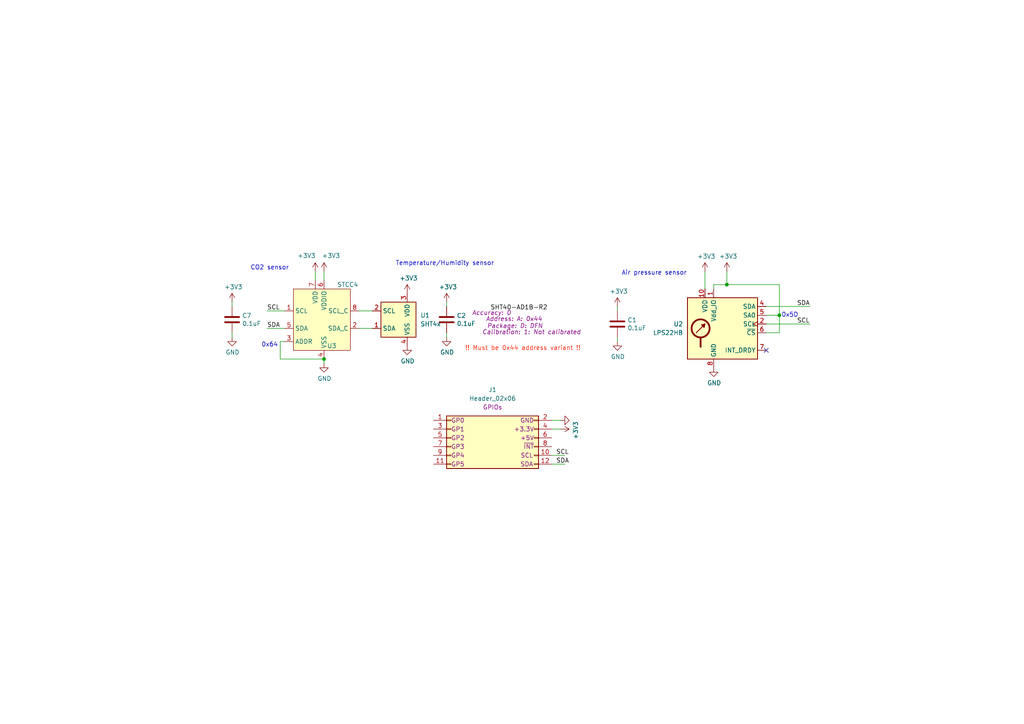
<source format=kicad_sch>
(kicad_sch
	(version 20250114)
	(generator "eeschema")
	(generator_version "9.0")
	(uuid "947856b0-1d4e-49ed-b397-b673c4ee17bc")
	(paper "A4")
	(lib_symbols
		(symbol "Device:C"
			(pin_numbers
				(hide yes)
			)
			(pin_names
				(offset 0.254)
			)
			(exclude_from_sim no)
			(in_bom yes)
			(on_board yes)
			(property "Reference" "C"
				(at 0.635 2.54 0)
				(effects
					(font
						(size 1.27 1.27)
					)
					(justify left)
				)
			)
			(property "Value" "C"
				(at 0.635 -2.54 0)
				(effects
					(font
						(size 1.27 1.27)
					)
					(justify left)
				)
			)
			(property "Footprint" ""
				(at 0.9652 -3.81 0)
				(effects
					(font
						(size 1.27 1.27)
					)
					(hide yes)
				)
			)
			(property "Datasheet" "~"
				(at 0 0 0)
				(effects
					(font
						(size 1.27 1.27)
					)
					(hide yes)
				)
			)
			(property "Description" "Unpolarized capacitor"
				(at 0 0 0)
				(effects
					(font
						(size 1.27 1.27)
					)
					(hide yes)
				)
			)
			(property "ki_keywords" "cap capacitor"
				(at 0 0 0)
				(effects
					(font
						(size 1.27 1.27)
					)
					(hide yes)
				)
			)
			(property "ki_fp_filters" "C_*"
				(at 0 0 0)
				(effects
					(font
						(size 1.27 1.27)
					)
					(hide yes)
				)
			)
			(symbol "C_0_1"
				(polyline
					(pts
						(xy -2.032 0.762) (xy 2.032 0.762)
					)
					(stroke
						(width 0.508)
						(type default)
					)
					(fill
						(type none)
					)
				)
				(polyline
					(pts
						(xy -2.032 -0.762) (xy 2.032 -0.762)
					)
					(stroke
						(width 0.508)
						(type default)
					)
					(fill
						(type none)
					)
				)
			)
			(symbol "C_1_1"
				(pin passive line
					(at 0 3.81 270)
					(length 2.794)
					(name "~"
						(effects
							(font
								(size 1.27 1.27)
							)
						)
					)
					(number "1"
						(effects
							(font
								(size 1.27 1.27)
							)
						)
					)
				)
				(pin passive line
					(at 0 -3.81 90)
					(length 2.794)
					(name "~"
						(effects
							(font
								(size 1.27 1.27)
							)
						)
					)
					(number "2"
						(effects
							(font
								(size 1.27 1.27)
							)
						)
					)
				)
			)
			(embedded_fonts no)
		)
		(symbol "Library:STCC4"
			(exclude_from_sim no)
			(in_bom yes)
			(on_board yes)
			(property "Reference" "U"
				(at 0 0 0)
				(effects
					(font
						(size 1.27 1.27)
					)
				)
			)
			(property "Value" "STCC4"
				(at 0 0 0)
				(effects
					(font
						(size 1.27 1.27)
					)
				)
			)
			(property "Footprint" "Library:STCC4"
				(at 0 0 0)
				(effects
					(font
						(size 1.27 1.27)
					)
					(hide yes)
				)
			)
			(property "Datasheet" "https://nl.mouser.com/datasheet/2/682/CD_DS_STCC4_D1_3-3623350.pdf"
				(at 0 0 0)
				(effects
					(font
						(size 1.27 1.27)
					)
					(hide yes)
				)
			)
			(property "Description" "STCC4 CO2 Sensor"
				(at 0 0 0)
				(effects
					(font
						(size 1.27 1.27)
					)
					(hide yes)
				)
			)
			(symbol "STCC4_0_0"
				(pin input line
					(at -2.54 -8.89 0)
					(length 2.54)
					(name "SCL"
						(effects
							(font
								(size 1.27 1.27)
							)
						)
					)
					(number "1"
						(effects
							(font
								(size 1.27 1.27)
							)
						)
					)
				)
				(pin bidirectional line
					(at -2.54 -13.97 0)
					(length 2.54)
					(name "SDA"
						(effects
							(font
								(size 1.27 1.27)
							)
						)
					)
					(number "5"
						(effects
							(font
								(size 1.27 1.27)
							)
						)
					)
				)
				(pin input line
					(at -2.54 -17.78 0)
					(length 2.54)
					(name "ADDR"
						(effects
							(font
								(size 1.27 1.27)
							)
						)
					)
					(number "3"
						(effects
							(font
								(size 1.27 1.27)
							)
						)
					)
				)
				(pin power_in line
					(at 6.35 0 270)
					(length 2.54)
					(name "VDD"
						(effects
							(font
								(size 1.27 1.27)
							)
						)
					)
					(number "7"
						(effects
							(font
								(size 1.27 1.27)
							)
						)
					)
				)
				(pin power_in line
					(at 8.89 0 270)
					(length 2.54)
					(name "VDDIO"
						(effects
							(font
								(size 1.27 1.27)
							)
						)
					)
					(number "6"
						(effects
							(font
								(size 1.27 1.27)
							)
						)
					)
				)
				(pin power_in line
					(at 8.89 -22.86 90)
					(length 2.54)
					(name "VSS"
						(effects
							(font
								(size 1.27 1.27)
							)
						)
					)
					(number "4"
						(effects
							(font
								(size 1.27 1.27)
							)
						)
					)
				)
				(pin output line
					(at 19.05 -8.89 180)
					(length 2.54)
					(name "SCL_C"
						(effects
							(font
								(size 1.27 1.27)
							)
						)
					)
					(number "8"
						(effects
							(font
								(size 1.27 1.27)
							)
						)
					)
				)
				(pin bidirectional line
					(at 19.05 -13.97 180)
					(length 2.54)
					(name "SDA_C"
						(effects
							(font
								(size 1.27 1.27)
							)
						)
					)
					(number "2"
						(effects
							(font
								(size 1.27 1.27)
							)
						)
					)
				)
			)
			(symbol "STCC4_1_1"
				(rectangle
					(start 0 -2.54)
					(end 16.51 -20.32)
					(stroke
						(width 0)
						(type solid)
					)
					(fill
						(type background)
					)
				)
			)
			(embedded_fonts no)
		)
		(symbol "Sensor_Humidity:SHT4x"
			(exclude_from_sim no)
			(in_bom yes)
			(on_board yes)
			(property "Reference" "U"
				(at 0 8.89 0)
				(effects
					(font
						(size 1.27 1.27)
					)
					(justify right)
				)
			)
			(property "Value" "SHT4x"
				(at 0 6.35 0)
				(effects
					(font
						(size 1.27 1.27)
					)
					(justify right)
				)
			)
			(property "Footprint" "Sensor_Humidity:Sensirion_DFN-4_1.5x1.5mm_P0.8mm_SHT4x_NoCentralPad"
				(at 3.81 -6.35 0)
				(effects
					(font
						(size 1.27 1.27)
					)
					(justify left)
					(hide yes)
				)
			)
			(property "Datasheet" "https://sensirion.com/media/documents/33FD6951/624C4357/Datasheet_SHT4x.pdf"
				(at 3.81 -8.89 0)
				(effects
					(font
						(size 1.27 1.27)
					)
					(justify left)
					(hide yes)
				)
			)
			(property "Description" "Digital Humidity and Temperature Sensor, ±1%RH, ±0.1°C, I2C, 1.08-3.6V, 16bit, DFN-4"
				(at 0 0 0)
				(effects
					(font
						(size 1.27 1.27)
					)
					(hide yes)
				)
			)
			(property "ki_keywords" "Sensirion environment environmental measurement digital SHT40 SHT41 SHT45"
				(at 0 0 0)
				(effects
					(font
						(size 1.27 1.27)
					)
					(hide yes)
				)
			)
			(property "ki_fp_filters" "Sensirion?DFN*1.5x1.5mm*P0.8mm*SHT4x*"
				(at 0 0 0)
				(effects
					(font
						(size 1.27 1.27)
					)
					(hide yes)
				)
			)
			(symbol "SHT4x_1_1"
				(rectangle
					(start -5.08 5.08)
					(end 5.08 -5.08)
					(stroke
						(width 0.254)
						(type default)
					)
					(fill
						(type background)
					)
				)
				(pin input line
					(at -7.62 2.54 0)
					(length 2.54)
					(name "SCL"
						(effects
							(font
								(size 1.27 1.27)
							)
						)
					)
					(number "2"
						(effects
							(font
								(size 1.27 1.27)
							)
						)
					)
				)
				(pin bidirectional line
					(at -7.62 -2.54 0)
					(length 2.54)
					(name "SDA"
						(effects
							(font
								(size 1.27 1.27)
							)
						)
					)
					(number "1"
						(effects
							(font
								(size 1.27 1.27)
							)
						)
					)
				)
				(pin power_in line
					(at 2.54 7.62 270)
					(length 2.54)
					(name "VDD"
						(effects
							(font
								(size 1.27 1.27)
							)
						)
					)
					(number "3"
						(effects
							(font
								(size 1.27 1.27)
							)
						)
					)
				)
				(pin power_in line
					(at 2.54 -7.62 90)
					(length 2.54)
					(name "VSS"
						(effects
							(font
								(size 1.27 1.27)
							)
						)
					)
					(number "4"
						(effects
							(font
								(size 1.27 1.27)
							)
						)
					)
				)
			)
			(embedded_fonts no)
		)
		(symbol "Sensor_Pressure:LPS22HB"
			(exclude_from_sim no)
			(in_bom yes)
			(on_board yes)
			(property "Reference" "U"
				(at -11.43 1.27 0)
				(effects
					(font
						(size 1.27 1.27)
					)
					(justify right)
				)
			)
			(property "Value" "LPS22HB"
				(at -11.43 -1.27 0)
				(effects
					(font
						(size 1.27 1.27)
					)
					(justify right)
				)
			)
			(property "Footprint" "Package_LGA:ST_HLGA-10_2x2mm_P0.5mm_LayoutBorder3x2y"
				(at 1.27 -11.43 0)
				(effects
					(font
						(size 1.27 1.27)
					)
					(justify left)
					(hide yes)
				)
			)
			(property "Datasheet" "https://www.st.com/resource/en/datasheet/lps22hb.pdf"
				(at 1.27 -13.97 0)
				(effects
					(font
						(size 1.27 1.27)
					)
					(justify left)
					(hide yes)
				)
			)
			(property "Description" "MEMS nano pressure sensor, 260-1260 hPa, absolute digital output baromeeter, 24 bit, SPI, I2C, 0.0075 hPa noise rms, ST_HLGA-10L"
				(at 0 0 0)
				(effects
					(font
						(size 1.27 1.27)
					)
					(hide yes)
				)
			)
			(property "ki_keywords" "mems absolute baromeeter spi i2c pressure"
				(at 0 0 0)
				(effects
					(font
						(size 1.27 1.27)
					)
					(hide yes)
				)
			)
			(property "ki_fp_filters" "ST?HLGA*2x2mm*P0.5mm*LayoutBorder3x2y*"
				(at 0 0 0)
				(effects
					(font
						(size 1.27 1.27)
					)
					(hide yes)
				)
			)
			(symbol "LPS22HB_0_1"
				(rectangle
					(start -10.16 10.16)
					(end 10.16 -7.62)
					(stroke
						(width 0.254)
						(type default)
					)
					(fill
						(type background)
					)
				)
				(polyline
					(pts
						(xy -7.62 0) (xy -5.08 2.54)
					)
					(stroke
						(width 0.254)
						(type default)
					)
					(fill
						(type none)
					)
				)
				(circle
					(center -6.35 1.27)
					(radius 2.6162)
					(stroke
						(width 0.508)
						(type default)
					)
					(fill
						(type none)
					)
				)
				(polyline
					(pts
						(xy -6.35 -1.524) (xy -6.35 -4.064)
					)
					(stroke
						(width 0.508)
						(type default)
					)
					(fill
						(type none)
					)
				)
				(polyline
					(pts
						(xy -5.08 2.54) (xy -5.334 1.524) (xy -6.096 2.286) (xy -5.08 2.54)
					)
					(stroke
						(width 0.254)
						(type default)
					)
					(fill
						(type outline)
					)
				)
			)
			(symbol "LPS22HB_1_1"
				(pin power_in line
					(at -5.08 12.7 270)
					(length 2.54)
					(name "VDD"
						(effects
							(font
								(size 1.27 1.27)
							)
						)
					)
					(number "10"
						(effects
							(font
								(size 1.27 1.27)
							)
						)
					)
				)
				(pin power_in line
					(at -2.54 12.7 270)
					(length 2.54)
					(name "Vdd_IO"
						(effects
							(font
								(size 1.27 1.27)
							)
						)
					)
					(number "1"
						(effects
							(font
								(size 1.27 1.27)
							)
						)
					)
				)
				(pin passive line
					(at -2.54 -10.16 90)
					(length 2.54)
					(hide yes)
					(name "GND"
						(effects
							(font
								(size 1.27 1.27)
							)
						)
					)
					(number "3"
						(effects
							(font
								(size 1.27 1.27)
							)
						)
					)
				)
				(pin power_in line
					(at -2.54 -10.16 90)
					(length 2.54)
					(name "GND"
						(effects
							(font
								(size 1.27 1.27)
							)
						)
					)
					(number "8"
						(effects
							(font
								(size 1.27 1.27)
							)
						)
					)
				)
				(pin passive line
					(at -2.54 -10.16 90)
					(length 2.54)
					(hide yes)
					(name "GND"
						(effects
							(font
								(size 1.27 1.27)
							)
						)
					)
					(number "9"
						(effects
							(font
								(size 1.27 1.27)
							)
						)
					)
				)
				(pin bidirectional line
					(at 12.7 7.62 180)
					(length 2.54)
					(name "SDA"
						(effects
							(font
								(size 1.27 1.27)
							)
						)
					)
					(number "4"
						(effects
							(font
								(size 1.27 1.27)
							)
						)
					)
					(alternate "SDI" input line)
					(alternate "SDI/SDO" bidirectional line)
				)
				(pin input line
					(at 12.7 5.08 180)
					(length 2.54)
					(name "SA0"
						(effects
							(font
								(size 1.27 1.27)
							)
						)
					)
					(number "5"
						(effects
							(font
								(size 1.27 1.27)
							)
						)
					)
					(alternate "SDO" output line)
				)
				(pin input clock
					(at 12.7 2.54 180)
					(length 2.54)
					(name "SCL"
						(effects
							(font
								(size 1.27 1.27)
							)
						)
					)
					(number "2"
						(effects
							(font
								(size 1.27 1.27)
							)
						)
					)
					(alternate "SPC" input clock)
				)
				(pin input line
					(at 12.7 0 180)
					(length 2.54)
					(name "~{CS}"
						(effects
							(font
								(size 1.27 1.27)
							)
						)
					)
					(number "6"
						(effects
							(font
								(size 1.27 1.27)
							)
						)
					)
				)
				(pin output line
					(at 12.7 -5.08 180)
					(length 2.54)
					(name "INT_DRDY"
						(effects
							(font
								(size 1.27 1.27)
							)
						)
					)
					(number "7"
						(effects
							(font
								(size 1.27 1.27)
							)
						)
					)
				)
			)
			(embedded_fonts no)
		)
		(symbol "conn:Conn_02x06_Odd_Even"
			(pin_names
				(offset 1.016)
				(hide yes)
			)
			(exclude_from_sim no)
			(in_bom yes)
			(on_board yes)
			(property "Reference" "J"
				(at -11.43 5.08 0)
				(effects
					(font
						(size 1.27 1.27)
					)
				)
			)
			(property "Value" "Conn_02x06_Odd_Even"
				(at 1.524 -13.208 0)
				(effects
					(font
						(size 1.27 1.27)
					)
				)
			)
			(property "Footprint" "conn:PinHeader_2x06_P2.54mm_Vertical"
				(at -12.7 16.002 0)
				(effects
					(font
						(size 1.27 1.27)
					)
					(hide yes)
				)
			)
			(property "Datasheet" "~"
				(at -12.7 0 0)
				(effects
					(font
						(size 1.27 1.27)
					)
					(hide yes)
				)
			)
			(property "Description" "Generic connector, double row, 02x06, odd/even pin numbering scheme (row 1 odd numbers, row 2 even numbers), script generated (kicad-library-utils/schlib/autogen/connector/)"
				(at -1.27 19.304 0)
				(effects
					(font
						(size 1.27 1.27)
					)
					(hide yes)
				)
			)
			(property "Purpose Pin1" "PIN1"
				(at -12.7 2.54 0)
				(do_not_autoplace)
				(effects
					(font
						(size 1.27 1.27)
					)
					(justify left)
				)
			)
			(property "Purpose Pin2" "PIN2"
				(at 11.43 2.54 0)
				(do_not_autoplace)
				(effects
					(font
						(size 1.27 1.27)
					)
					(justify right)
				)
			)
			(property "Purpose Pin3" "PIN3"
				(at -12.7 0 0)
				(do_not_autoplace)
				(effects
					(font
						(size 1.27 1.27)
					)
					(justify left)
				)
			)
			(property "Purpose Pin4" "PIN4"
				(at 11.43 0 0)
				(do_not_autoplace)
				(effects
					(font
						(size 1.27 1.27)
					)
					(justify right)
				)
			)
			(property "Purpose Pin5" "PIN5"
				(at -12.7 -2.54 0)
				(do_not_autoplace)
				(effects
					(font
						(size 1.27 1.27)
					)
					(justify left)
				)
			)
			(property "Purpose Pin6" "PIN6"
				(at 11.43 -2.54 0)
				(do_not_autoplace)
				(effects
					(font
						(size 1.27 1.27)
					)
					(justify right)
				)
			)
			(property "Purpose Pin7" "PIN7"
				(at -12.7 -5.08 0)
				(do_not_autoplace)
				(effects
					(font
						(size 1.27 1.27)
					)
					(justify left)
				)
			)
			(property "Purpose Pin8" "PIN8"
				(at 11.43 -5.08 0)
				(do_not_autoplace)
				(effects
					(font
						(size 1.27 1.27)
					)
					(justify right)
				)
			)
			(property "Purpose Pin9" "PIN9"
				(at -12.7 -7.62 0)
				(do_not_autoplace)
				(effects
					(font
						(size 1.27 1.27)
					)
					(justify left)
				)
			)
			(property "Purpose Pin10" "PIN10"
				(at 11.176 -7.62 0)
				(do_not_autoplace)
				(effects
					(font
						(size 1.27 1.27)
					)
					(justify right)
				)
			)
			(property "Purpose Pin11" "PIN11"
				(at -12.7 -10.16 0)
				(do_not_autoplace)
				(effects
					(font
						(size 1.27 1.27)
					)
					(justify left)
				)
			)
			(property "Purpose Pin12" "PIN12"
				(at 11.176 -10.16 0)
				(do_not_autoplace)
				(effects
					(font
						(size 1.27 1.27)
					)
					(justify right)
				)
			)
			(property "Purpose" "Header"
				(at 0 5.08 0)
				(effects
					(font
						(size 1.27 1.27)
					)
				)
			)
			(property "ki_keywords" "connector"
				(at 0 0 0)
				(effects
					(font
						(size 1.27 1.27)
					)
					(hide yes)
				)
			)
			(property "ki_fp_filters" "Connector*:*_2x??_*"
				(at 0 0 0)
				(effects
					(font
						(size 1.27 1.27)
					)
					(hide yes)
				)
			)
			(symbol "Conn_02x06_Odd_Even_1_1"
				(rectangle
					(start -13.97 3.81)
					(end 12.7 -11.43)
					(stroke
						(width 0.254)
						(type default)
					)
					(fill
						(type background)
					)
				)
				(rectangle
					(start -13.97 2.667)
					(end -12.7 2.413)
					(stroke
						(width 0.1524)
						(type default)
					)
					(fill
						(type none)
					)
				)
				(rectangle
					(start -13.97 0.127)
					(end -12.7 -0.127)
					(stroke
						(width 0.1524)
						(type default)
					)
					(fill
						(type none)
					)
				)
				(rectangle
					(start -13.97 -2.413)
					(end -12.7 -2.667)
					(stroke
						(width 0.1524)
						(type default)
					)
					(fill
						(type none)
					)
				)
				(rectangle
					(start -13.97 -4.953)
					(end -12.7 -5.207)
					(stroke
						(width 0.1524)
						(type default)
					)
					(fill
						(type none)
					)
				)
				(rectangle
					(start -13.97 -7.493)
					(end -12.7 -7.747)
					(stroke
						(width 0.1524)
						(type default)
					)
					(fill
						(type none)
					)
				)
				(rectangle
					(start -13.97 -10.033)
					(end -12.7 -10.287)
					(stroke
						(width 0.1524)
						(type default)
					)
					(fill
						(type none)
					)
				)
				(rectangle
					(start 11.43 -4.953)
					(end 12.7 -5.207)
					(stroke
						(width 0.1524)
						(type default)
					)
					(fill
						(type none)
					)
				)
				(rectangle
					(start 12.7 2.667)
					(end 11.43 2.413)
					(stroke
						(width 0.1524)
						(type default)
					)
					(fill
						(type none)
					)
				)
				(rectangle
					(start 12.7 0.127)
					(end 11.43 -0.127)
					(stroke
						(width 0.1524)
						(type default)
					)
					(fill
						(type none)
					)
				)
				(rectangle
					(start 12.7 -2.413)
					(end 11.43 -2.667)
					(stroke
						(width 0.1524)
						(type default)
					)
					(fill
						(type none)
					)
				)
				(rectangle
					(start 12.7 -7.493)
					(end 11.43 -7.747)
					(stroke
						(width 0.1524)
						(type default)
					)
					(fill
						(type none)
					)
				)
				(rectangle
					(start 12.7 -10.033)
					(end 11.43 -10.287)
					(stroke
						(width 0.1524)
						(type default)
					)
					(fill
						(type none)
					)
				)
				(pin passive line
					(at -17.78 2.54 0)
					(length 3.81)
					(name "Pin_1"
						(effects
							(font
								(size 1.27 1.27)
							)
						)
					)
					(number "1"
						(effects
							(font
								(size 1.27 1.27)
							)
						)
					)
				)
				(pin passive line
					(at -17.78 0 0)
					(length 3.81)
					(name "Pin_3"
						(effects
							(font
								(size 1.27 1.27)
							)
						)
					)
					(number "3"
						(effects
							(font
								(size 1.27 1.27)
							)
						)
					)
				)
				(pin passive line
					(at -17.78 -2.54 0)
					(length 3.81)
					(name "Pin_5"
						(effects
							(font
								(size 1.27 1.27)
							)
						)
					)
					(number "5"
						(effects
							(font
								(size 1.27 1.27)
							)
						)
					)
				)
				(pin passive line
					(at -17.78 -5.08 0)
					(length 3.81)
					(name "Pin_7"
						(effects
							(font
								(size 1.27 1.27)
							)
						)
					)
					(number "7"
						(effects
							(font
								(size 1.27 1.27)
							)
						)
					)
				)
				(pin passive line
					(at -17.78 -7.62 0)
					(length 3.81)
					(name "Pin_9"
						(effects
							(font
								(size 1.27 1.27)
							)
						)
					)
					(number "9"
						(effects
							(font
								(size 1.27 1.27)
							)
						)
					)
				)
				(pin passive line
					(at -17.78 -10.16 0)
					(length 3.81)
					(name "Pin_9"
						(effects
							(font
								(size 1.27 1.27)
							)
						)
					)
					(number "11"
						(effects
							(font
								(size 1.27 1.27)
							)
						)
					)
				)
				(pin passive line
					(at 16.51 2.54 180)
					(length 3.81)
					(name "Pin_2"
						(effects
							(font
								(size 1.27 1.27)
							)
						)
					)
					(number "2"
						(effects
							(font
								(size 1.27 1.27)
							)
						)
					)
				)
				(pin passive line
					(at 16.51 0 180)
					(length 3.81)
					(name "Pin_4"
						(effects
							(font
								(size 1.27 1.27)
							)
						)
					)
					(number "4"
						(effects
							(font
								(size 1.27 1.27)
							)
						)
					)
				)
				(pin passive line
					(at 16.51 -2.54 180)
					(length 3.81)
					(name "Pin_6"
						(effects
							(font
								(size 1.27 1.27)
							)
						)
					)
					(number "6"
						(effects
							(font
								(size 1.27 1.27)
							)
						)
					)
				)
				(pin passive line
					(at 16.51 -5.08 180)
					(length 3.81)
					(name "Pin_8"
						(effects
							(font
								(size 1.27 1.27)
							)
						)
					)
					(number "8"
						(effects
							(font
								(size 1.27 1.27)
							)
						)
					)
				)
				(pin passive line
					(at 16.51 -7.62 180)
					(length 3.81)
					(name "Pin_10"
						(effects
							(font
								(size 1.27 1.27)
							)
						)
					)
					(number "10"
						(effects
							(font
								(size 1.27 1.27)
							)
						)
					)
				)
				(pin passive line
					(at 16.51 -10.16 180)
					(length 3.81)
					(name "Pin_12"
						(effects
							(font
								(size 1.27 1.27)
							)
						)
					)
					(number "12"
						(effects
							(font
								(size 1.27 1.27)
							)
						)
					)
				)
			)
			(embedded_fonts no)
		)
		(symbol "mosquitto-board-rescue:+3.3V-power"
			(power)
			(pin_names
				(offset 0)
			)
			(exclude_from_sim no)
			(in_bom yes)
			(on_board yes)
			(property "Reference" "#PWR"
				(at 0 -3.81 0)
				(effects
					(font
						(size 1.27 1.27)
					)
					(hide yes)
				)
			)
			(property "Value" "+3.3V-power"
				(at 0 3.556 0)
				(effects
					(font
						(size 1.27 1.27)
					)
				)
			)
			(property "Footprint" ""
				(at 0 0 0)
				(effects
					(font
						(size 1.27 1.27)
					)
					(hide yes)
				)
			)
			(property "Datasheet" ""
				(at 0 0 0)
				(effects
					(font
						(size 1.27 1.27)
					)
					(hide yes)
				)
			)
			(property "Description" ""
				(at 0 0 0)
				(effects
					(font
						(size 1.27 1.27)
					)
					(hide yes)
				)
			)
			(symbol "+3.3V-power_0_1"
				(polyline
					(pts
						(xy -0.762 1.27) (xy 0 2.54)
					)
					(stroke
						(width 0)
						(type default)
					)
					(fill
						(type none)
					)
				)
				(polyline
					(pts
						(xy 0 2.54) (xy 0.762 1.27)
					)
					(stroke
						(width 0)
						(type default)
					)
					(fill
						(type none)
					)
				)
				(polyline
					(pts
						(xy 0 0) (xy 0 2.54)
					)
					(stroke
						(width 0)
						(type default)
					)
					(fill
						(type none)
					)
				)
			)
			(symbol "+3.3V-power_1_1"
				(pin power_in line
					(at 0 0 90)
					(length 0)
					(hide yes)
					(name "+3V3"
						(effects
							(font
								(size 1.27 1.27)
							)
						)
					)
					(number "1"
						(effects
							(font
								(size 1.27 1.27)
							)
						)
					)
				)
			)
			(embedded_fonts no)
		)
		(symbol "power:GND"
			(power)
			(pin_names
				(offset 0)
			)
			(exclude_from_sim no)
			(in_bom yes)
			(on_board yes)
			(property "Reference" "#PWR"
				(at 0 -6.35 0)
				(effects
					(font
						(size 1.27 1.27)
					)
					(hide yes)
				)
			)
			(property "Value" "GND"
				(at 0 -3.81 0)
				(effects
					(font
						(size 1.27 1.27)
					)
				)
			)
			(property "Footprint" ""
				(at 0 0 0)
				(effects
					(font
						(size 1.27 1.27)
					)
					(hide yes)
				)
			)
			(property "Datasheet" ""
				(at 0 0 0)
				(effects
					(font
						(size 1.27 1.27)
					)
					(hide yes)
				)
			)
			(property "Description" "Power symbol creates a global label with name \"GND\" , ground"
				(at 0 0 0)
				(effects
					(font
						(size 1.27 1.27)
					)
					(hide yes)
				)
			)
			(property "ki_keywords" "global power"
				(at 0 0 0)
				(effects
					(font
						(size 1.27 1.27)
					)
					(hide yes)
				)
			)
			(symbol "GND_0_1"
				(polyline
					(pts
						(xy 0 0) (xy 0 -1.27) (xy 1.27 -1.27) (xy 0 -2.54) (xy -1.27 -1.27) (xy 0 -1.27)
					)
					(stroke
						(width 0)
						(type default)
					)
					(fill
						(type none)
					)
				)
			)
			(symbol "GND_1_1"
				(pin power_in line
					(at 0 0 270)
					(length 0)
					(hide yes)
					(name "GND"
						(effects
							(font
								(size 1.27 1.27)
							)
						)
					)
					(number "1"
						(effects
							(font
								(size 1.27 1.27)
							)
						)
					)
				)
			)
			(embedded_fonts no)
		)
	)
	(text "Temperature/Humidity sensor"
		(exclude_from_sim no)
		(at 129.032 76.454 0)
		(effects
			(font
				(size 1.27 1.27)
			)
		)
		(uuid "0755ad3a-7f66-4b14-b519-dd1280fbbd49")
	)
	(text "CO2 sensor"
		(exclude_from_sim no)
		(at 78.232 77.724 0)
		(effects
			(font
				(size 1.27 1.27)
			)
		)
		(uuid "432ce91f-9f69-466d-9ba6-c427d5c56378")
	)
	(text "Air pressure sensor"
		(exclude_from_sim no)
		(at 189.738 79.248 0)
		(effects
			(font
				(size 1.27 1.27)
			)
		)
		(uuid "74286177-0702-47e4-860c-455494cb561c")
	)
	(text "!! Must be 0x44 address variant !!"
		(exclude_from_sim no)
		(at 151.638 101.092 0)
		(effects
			(font
				(size 1.27 1.27)
				(color 255 47 22 1)
			)
		)
		(uuid "8defb4ac-702f-419c-8b31-0b3249e9e957")
	)
	(text "0x64"
		(exclude_from_sim no)
		(at 78.232 100.076 0)
		(effects
			(font
				(size 1.27 1.27)
			)
		)
		(uuid "8efbe7f5-ec03-4855-91cc-d2aee4e08c13")
	)
	(text "0x5D"
		(exclude_from_sim no)
		(at 229.108 91.44 0)
		(effects
			(font
				(size 1.27 1.27)
			)
		)
		(uuid "ef7b9e9d-bfb3-4ec1-8ca8-75b7e03fce5c")
	)
	(junction
		(at 210.82 82.55)
		(diameter 0)
		(color 0 0 0 0)
		(uuid "119aae2d-9044-4d9f-adeb-45b339a3f953")
	)
	(junction
		(at 93.98 104.14)
		(diameter 0)
		(color 0 0 0 0)
		(uuid "9918af7a-099e-424c-ad7f-e9024c751fd4")
	)
	(junction
		(at 226.06 91.44)
		(diameter 0)
		(color 0 0 0 0)
		(uuid "ec3430f9-4030-415a-9e89-78a3f564a2df")
	)
	(no_connect
		(at 222.25 101.6)
		(uuid "df860e82-d940-4153-9cff-c614c171d7fb")
	)
	(wire
		(pts
			(xy 160.02 124.46) (xy 162.56 124.46)
		)
		(stroke
			(width 0)
			(type default)
		)
		(uuid "03f6e6c6-be96-4092-a220-8edefbf7088f")
	)
	(wire
		(pts
			(xy 222.25 96.52) (xy 226.06 96.52)
		)
		(stroke
			(width 0)
			(type default)
		)
		(uuid "0442717e-c0af-4f97-b77e-aaa45fe236e6")
	)
	(wire
		(pts
			(xy 67.31 96.52) (xy 67.31 97.79)
		)
		(stroke
			(width 0)
			(type default)
		)
		(uuid "18ac839a-5c46-47d8-b0f7-8937f2e5ee09")
	)
	(wire
		(pts
			(xy 226.06 96.52) (xy 226.06 91.44)
		)
		(stroke
			(width 0)
			(type default)
		)
		(uuid "1e2e30d3-89db-487e-bdcf-728a3b910c84")
	)
	(wire
		(pts
			(xy 129.54 96.52) (xy 129.54 97.79)
		)
		(stroke
			(width 0)
			(type default)
		)
		(uuid "246ceee7-56f0-4a3b-beba-b4f690e4cfde")
	)
	(wire
		(pts
			(xy 93.98 105.41) (xy 93.98 104.14)
		)
		(stroke
			(width 0)
			(type default)
		)
		(uuid "29c69e28-6e93-4219-bedb-b22fe6710d6d")
	)
	(wire
		(pts
			(xy 67.31 88.9) (xy 67.31 87.63)
		)
		(stroke
			(width 0)
			(type default)
		)
		(uuid "2a29be7c-f21d-492a-aaf1-9036ddf84d02")
	)
	(wire
		(pts
			(xy 77.47 95.25) (xy 82.55 95.25)
		)
		(stroke
			(width 0)
			(type default)
		)
		(uuid "2d09b01d-8f7e-4614-84fe-02afefc58330")
	)
	(wire
		(pts
			(xy 129.54 88.9) (xy 129.54 87.63)
		)
		(stroke
			(width 0)
			(type default)
		)
		(uuid "343009bd-0742-4da3-9c80-9e27b81acfde")
	)
	(wire
		(pts
			(xy 160.02 132.08) (xy 163.83 132.08)
		)
		(stroke
			(width 0)
			(type default)
		)
		(uuid "3cfe72bf-8129-4f3b-b410-59aae0ba3e9a")
	)
	(wire
		(pts
			(xy 160.02 121.92) (xy 162.56 121.92)
		)
		(stroke
			(width 0)
			(type default)
		)
		(uuid "4d5ea1c2-e8cc-4829-b742-5e3b30b50199")
	)
	(wire
		(pts
			(xy 91.44 78.74) (xy 91.44 81.28)
		)
		(stroke
			(width 0)
			(type default)
		)
		(uuid "6d4fb9de-bfed-4e03-a0ad-80d350551b5c")
	)
	(wire
		(pts
			(xy 204.47 78.74) (xy 204.47 83.82)
		)
		(stroke
			(width 0)
			(type default)
		)
		(uuid "7be86ad5-7f29-4b42-954c-e794ce278a8f")
	)
	(wire
		(pts
			(xy 81.28 99.06) (xy 81.28 104.14)
		)
		(stroke
			(width 0)
			(type default)
		)
		(uuid "7f15757e-3925-4848-b50b-f1afe89da4bc")
	)
	(wire
		(pts
			(xy 222.25 93.98) (xy 234.95 93.98)
		)
		(stroke
			(width 0)
			(type default)
		)
		(uuid "80d49462-c938-412b-a38e-194844f1cfa0")
	)
	(wire
		(pts
			(xy 82.55 99.06) (xy 81.28 99.06)
		)
		(stroke
			(width 0)
			(type default)
		)
		(uuid "844dd0ad-9fb2-4c1c-be29-92d0ad60a778")
	)
	(wire
		(pts
			(xy 179.07 90.17) (xy 179.07 88.9)
		)
		(stroke
			(width 0)
			(type default)
		)
		(uuid "a5c789a5-21fe-44ce-9a85-09e5b5965a39")
	)
	(wire
		(pts
			(xy 226.06 91.44) (xy 226.06 82.55)
		)
		(stroke
			(width 0)
			(type default)
		)
		(uuid "a6256f98-4b7b-43e0-b404-9ff1ceeb7302")
	)
	(wire
		(pts
			(xy 104.14 95.25) (xy 107.95 95.25)
		)
		(stroke
			(width 0)
			(type default)
		)
		(uuid "a9355196-19bd-4bde-915a-60013b31ff3c")
	)
	(wire
		(pts
			(xy 226.06 82.55) (xy 210.82 82.55)
		)
		(stroke
			(width 0)
			(type default)
		)
		(uuid "bde47521-759e-4c57-b3dc-1a6c2166e93c")
	)
	(wire
		(pts
			(xy 207.01 82.55) (xy 207.01 83.82)
		)
		(stroke
			(width 0)
			(type default)
		)
		(uuid "c08c0a3a-13fa-4b70-8d1c-19dc31ab00e6")
	)
	(wire
		(pts
			(xy 222.25 91.44) (xy 226.06 91.44)
		)
		(stroke
			(width 0)
			(type default)
		)
		(uuid "c0e2660f-c9e5-4a94-a953-006a5e104adf")
	)
	(wire
		(pts
			(xy 160.02 134.62) (xy 163.83 134.62)
		)
		(stroke
			(width 0)
			(type default)
		)
		(uuid "c169b848-fcc4-489d-b437-f35cf8f480fa")
	)
	(wire
		(pts
			(xy 77.47 90.17) (xy 82.55 90.17)
		)
		(stroke
			(width 0)
			(type default)
		)
		(uuid "d03ea45f-844f-4ab2-b62f-85ee125335da")
	)
	(wire
		(pts
			(xy 104.14 90.17) (xy 107.95 90.17)
		)
		(stroke
			(width 0)
			(type default)
		)
		(uuid "d1a2efdd-c26c-4150-8d49-f436d9dc9532")
	)
	(wire
		(pts
			(xy 222.25 88.9) (xy 234.95 88.9)
		)
		(stroke
			(width 0)
			(type default)
		)
		(uuid "e165f7c1-8602-4ccb-b835-7fc1f12e1e02")
	)
	(wire
		(pts
			(xy 210.82 82.55) (xy 207.01 82.55)
		)
		(stroke
			(width 0)
			(type default)
		)
		(uuid "e2914ecf-be1e-4430-9c1c-1e21a904f8a5")
	)
	(wire
		(pts
			(xy 210.82 78.74) (xy 210.82 82.55)
		)
		(stroke
			(width 0)
			(type default)
		)
		(uuid "e4ab958d-8bce-4ec5-a6c0-76e2f5ebeb47")
	)
	(wire
		(pts
			(xy 179.07 97.79) (xy 179.07 99.06)
		)
		(stroke
			(width 0)
			(type default)
		)
		(uuid "e50f1c07-f305-44d2-bcb2-df8c0929c31a")
	)
	(wire
		(pts
			(xy 93.98 78.74) (xy 93.98 81.28)
		)
		(stroke
			(width 0)
			(type default)
		)
		(uuid "f23c010b-fbc0-4891-a949-aa7515559f96")
	)
	(wire
		(pts
			(xy 81.28 104.14) (xy 93.98 104.14)
		)
		(stroke
			(width 0)
			(type default)
		)
		(uuid "f8b5392e-f92d-440a-9d34-7a22d9550c8b")
	)
	(label "SDA"
		(at 161.29 134.62 0)
		(effects
			(font
				(size 1.27 1.27)
			)
			(justify left bottom)
		)
		(uuid "2798cc79-2f4c-497e-ac8b-3525c43c0919")
	)
	(label "SDA"
		(at 231.14 88.9 0)
		(effects
			(font
				(size 1.27 1.27)
			)
			(justify left bottom)
		)
		(uuid "56c43156-a5af-4638-8477-fda8019577eb")
	)
	(label "SDA"
		(at 77.47 95.25 0)
		(effects
			(font
				(size 1.27 1.27)
			)
			(justify left bottom)
		)
		(uuid "7b47a3bb-3d9b-4c4b-a912-bacb4bf07c78")
	)
	(label "SCL"
		(at 77.47 90.17 0)
		(effects
			(font
				(size 1.27 1.27)
			)
			(justify left bottom)
		)
		(uuid "8c850a46-e48c-4289-b62a-e8efbf4c9bd3")
	)
	(label "SCL"
		(at 231.14 93.98 0)
		(effects
			(font
				(size 1.27 1.27)
			)
			(justify left bottom)
		)
		(uuid "9c7e8658-137c-4516-81c2-e2e58719dda6")
	)
	(label "SCL"
		(at 161.29 132.08 0)
		(effects
			(font
				(size 1.27 1.27)
			)
			(justify left bottom)
		)
		(uuid "a205fa2e-32cc-47a7-a157-08319cab7ffa")
	)
	(label "SHT40-AD1B-R2"
		(at 142.24 90.17 0)
		(effects
			(font
				(size 1.27 1.27)
			)
			(justify left bottom)
		)
		(uuid "a7a7595f-ec43-457f-bb6a-bc94e4df6fba")
		(property "Accuracy" "0"
			(at 136.906 90.678 0)
			(show_name yes)
			(effects
				(font
					(size 1.27 1.27)
					(italic yes)
				)
				(justify left)
			)
		)
		(property "Address" "A: 0x44"
			(at 149.098 92.456 0)
			(show_name yes)
			(effects
				(font
					(size 1.27 1.27)
					(italic yes)
				)
			)
		)
		(property "Package" "D: DFN"
			(at 149.352 94.488 0)
			(show_name yes)
			(effects
				(font
					(size 1.27 1.27)
					(italic yes)
				)
			)
		)
		(property "Calibration" "1: Not calibrated"
			(at 154.178 96.266 0)
			(show_name yes)
			(effects
				(font
					(size 1.27 1.27)
					(italic yes)
				)
			)
		)
	)
	(symbol
		(lib_id "mosquitto-board-rescue:+3.3V-power")
		(at 118.11 85.09 0)
		(unit 1)
		(exclude_from_sim no)
		(in_bom yes)
		(on_board yes)
		(dnp no)
		(uuid "00000000-0000-0000-0000-000063eb9768")
		(property "Reference" "#PWR0123"
			(at 118.11 88.9 0)
			(effects
				(font
					(size 1.27 1.27)
				)
				(hide yes)
			)
		)
		(property "Value" "+3V3"
			(at 118.491 80.6958 0)
			(effects
				(font
					(size 1.27 1.27)
				)
			)
		)
		(property "Footprint" ""
			(at 118.11 85.09 0)
			(effects
				(font
					(size 1.27 1.27)
				)
				(hide yes)
			)
		)
		(property "Datasheet" ""
			(at 118.11 85.09 0)
			(effects
				(font
					(size 1.27 1.27)
				)
				(hide yes)
			)
		)
		(property "Description" ""
			(at 118.11 85.09 0)
			(effects
				(font
					(size 1.27 1.27)
				)
				(hide yes)
			)
		)
		(pin "1"
			(uuid "7ecd56fd-c391-41dd-93d0-8faa24633399")
		)
		(instances
			(project "env_monitor"
				(path "/947856b0-1d4e-49ed-b397-b673c4ee17bc"
					(reference "#PWR0123")
					(unit 1)
				)
			)
		)
	)
	(symbol
		(lib_id "power:GND")
		(at 118.11 100.33 0)
		(unit 1)
		(exclude_from_sim no)
		(in_bom yes)
		(on_board yes)
		(dnp no)
		(uuid "00000000-0000-0000-0000-000063ebc4c3")
		(property "Reference" "#PWR0124"
			(at 118.11 106.68 0)
			(effects
				(font
					(size 1.27 1.27)
				)
				(hide yes)
			)
		)
		(property "Value" "GND"
			(at 118.237 104.7242 0)
			(effects
				(font
					(size 1.27 1.27)
				)
			)
		)
		(property "Footprint" ""
			(at 118.11 100.33 0)
			(effects
				(font
					(size 1.27 1.27)
				)
				(hide yes)
			)
		)
		(property "Datasheet" ""
			(at 118.11 100.33 0)
			(effects
				(font
					(size 1.27 1.27)
				)
				(hide yes)
			)
		)
		(property "Description" ""
			(at 118.11 100.33 0)
			(effects
				(font
					(size 1.27 1.27)
				)
				(hide yes)
			)
		)
		(pin "1"
			(uuid "17c92163-370f-45a8-8e7a-73636567869f")
		)
		(instances
			(project "env_monitor"
				(path "/947856b0-1d4e-49ed-b397-b673c4ee17bc"
					(reference "#PWR0124")
					(unit 1)
				)
			)
		)
	)
	(symbol
		(lib_id "Device:C")
		(at 67.31 92.71 0)
		(unit 1)
		(exclude_from_sim no)
		(in_bom yes)
		(on_board yes)
		(dnp no)
		(uuid "00000000-0000-0000-0000-000063ec9d99")
		(property "Reference" "C7"
			(at 70.231 91.5416 0)
			(effects
				(font
					(size 1.27 1.27)
				)
				(justify left)
			)
		)
		(property "Value" "0.1uF"
			(at 70.231 93.853 0)
			(effects
				(font
					(size 1.27 1.27)
				)
				(justify left)
			)
		)
		(property "Footprint" "Capacitor_SMD:C_0805_2012Metric_Pad1.18x1.45mm_HandSolder"
			(at 68.2752 96.52 0)
			(effects
				(font
					(size 1.27 1.27)
				)
				(hide yes)
			)
		)
		(property "Datasheet" "~"
			(at 67.31 92.71 0)
			(effects
				(font
					(size 1.27 1.27)
				)
				(hide yes)
			)
		)
		(property "Description" ""
			(at 67.31 92.71 0)
			(effects
				(font
					(size 1.27 1.27)
				)
				(hide yes)
			)
		)
		(property "LCSC" "C49678"
			(at 67.31 92.71 0)
			(effects
				(font
					(size 1.27 1.27)
				)
				(hide yes)
			)
		)
		(pin "1"
			(uuid "ae51b056-5d7a-41d3-baee-f81504805d94")
		)
		(pin "2"
			(uuid "ecb67040-f866-48cb-8071-0cfe12c63be0")
		)
		(instances
			(project "env_monitor"
				(path "/947856b0-1d4e-49ed-b397-b673c4ee17bc"
					(reference "C7")
					(unit 1)
				)
			)
		)
	)
	(symbol
		(lib_id "power:GND")
		(at 67.31 97.79 0)
		(unit 1)
		(exclude_from_sim no)
		(in_bom yes)
		(on_board yes)
		(dnp no)
		(uuid "00000000-0000-0000-0000-000063eca9ff")
		(property "Reference" "#PWR0125"
			(at 67.31 104.14 0)
			(effects
				(font
					(size 1.27 1.27)
				)
				(hide yes)
			)
		)
		(property "Value" "GND"
			(at 67.437 102.1842 0)
			(effects
				(font
					(size 1.27 1.27)
				)
			)
		)
		(property "Footprint" ""
			(at 67.31 97.79 0)
			(effects
				(font
					(size 1.27 1.27)
				)
				(hide yes)
			)
		)
		(property "Datasheet" ""
			(at 67.31 97.79 0)
			(effects
				(font
					(size 1.27 1.27)
				)
				(hide yes)
			)
		)
		(property "Description" ""
			(at 67.31 97.79 0)
			(effects
				(font
					(size 1.27 1.27)
				)
				(hide yes)
			)
		)
		(pin "1"
			(uuid "e5908aea-3a38-4fbd-a354-81da14650231")
		)
		(instances
			(project "env_monitor"
				(path "/947856b0-1d4e-49ed-b397-b673c4ee17bc"
					(reference "#PWR0125")
					(unit 1)
				)
			)
		)
	)
	(symbol
		(lib_id "mosquitto-board-rescue:+3.3V-power")
		(at 67.31 87.63 0)
		(unit 1)
		(exclude_from_sim no)
		(in_bom yes)
		(on_board yes)
		(dnp no)
		(uuid "00000000-0000-0000-0000-000063ecb594")
		(property "Reference" "#PWR0126"
			(at 67.31 91.44 0)
			(effects
				(font
					(size 1.27 1.27)
				)
				(hide yes)
			)
		)
		(property "Value" "+3V3"
			(at 67.691 83.2358 0)
			(effects
				(font
					(size 1.27 1.27)
				)
			)
		)
		(property "Footprint" ""
			(at 67.31 87.63 0)
			(effects
				(font
					(size 1.27 1.27)
				)
				(hide yes)
			)
		)
		(property "Datasheet" ""
			(at 67.31 87.63 0)
			(effects
				(font
					(size 1.27 1.27)
				)
				(hide yes)
			)
		)
		(property "Description" ""
			(at 67.31 87.63 0)
			(effects
				(font
					(size 1.27 1.27)
				)
				(hide yes)
			)
		)
		(pin "1"
			(uuid "d306ad36-8be5-4d15-b644-fdefba315682")
		)
		(instances
			(project "env_monitor"
				(path "/947856b0-1d4e-49ed-b397-b673c4ee17bc"
					(reference "#PWR0126")
					(unit 1)
				)
			)
		)
	)
	(symbol
		(lib_id "Device:C")
		(at 129.54 92.71 0)
		(unit 1)
		(exclude_from_sim no)
		(in_bom yes)
		(on_board yes)
		(dnp no)
		(uuid "01a342d8-1675-48f9-8ce9-dadb0df13410")
		(property "Reference" "C2"
			(at 132.461 91.5416 0)
			(effects
				(font
					(size 1.27 1.27)
				)
				(justify left)
			)
		)
		(property "Value" "0.1uF"
			(at 132.461 93.853 0)
			(effects
				(font
					(size 1.27 1.27)
				)
				(justify left)
			)
		)
		(property "Footprint" "Capacitor_SMD:C_0805_2012Metric_Pad1.18x1.45mm_HandSolder"
			(at 130.5052 96.52 0)
			(effects
				(font
					(size 1.27 1.27)
				)
				(hide yes)
			)
		)
		(property "Datasheet" "~"
			(at 129.54 92.71 0)
			(effects
				(font
					(size 1.27 1.27)
				)
				(hide yes)
			)
		)
		(property "Description" ""
			(at 129.54 92.71 0)
			(effects
				(font
					(size 1.27 1.27)
				)
				(hide yes)
			)
		)
		(property "LCSC" "C49678"
			(at 129.54 92.71 0)
			(effects
				(font
					(size 1.27 1.27)
				)
				(hide yes)
			)
		)
		(pin "1"
			(uuid "b6f1020e-0e96-45b3-a83e-b22b073ad216")
		)
		(pin "2"
			(uuid "e9b63ee5-cd75-4415-afb1-5f4185bf3b1f")
		)
		(instances
			(project "env_monitor"
				(path "/947856b0-1d4e-49ed-b397-b673c4ee17bc"
					(reference "C2")
					(unit 1)
				)
			)
		)
	)
	(symbol
		(lib_id "mosquitto-board-rescue:+3.3V-power")
		(at 129.54 87.63 0)
		(unit 1)
		(exclude_from_sim no)
		(in_bom yes)
		(on_board yes)
		(dnp no)
		(uuid "03606d58-42e9-4bda-ab49-d1cde2c1dad6")
		(property "Reference" "#PWR09"
			(at 129.54 91.44 0)
			(effects
				(font
					(size 1.27 1.27)
				)
				(hide yes)
			)
		)
		(property "Value" "+3V3"
			(at 129.921 83.2358 0)
			(effects
				(font
					(size 1.27 1.27)
				)
			)
		)
		(property "Footprint" ""
			(at 129.54 87.63 0)
			(effects
				(font
					(size 1.27 1.27)
				)
				(hide yes)
			)
		)
		(property "Datasheet" ""
			(at 129.54 87.63 0)
			(effects
				(font
					(size 1.27 1.27)
				)
				(hide yes)
			)
		)
		(property "Description" ""
			(at 129.54 87.63 0)
			(effects
				(font
					(size 1.27 1.27)
				)
				(hide yes)
			)
		)
		(pin "1"
			(uuid "e40a972c-1c25-4f2e-8571-107af8adb857")
		)
		(instances
			(project "env_monitor"
				(path "/947856b0-1d4e-49ed-b397-b673c4ee17bc"
					(reference "#PWR09")
					(unit 1)
				)
			)
		)
	)
	(symbol
		(lib_id "mosquitto-board-rescue:+3.3V-power")
		(at 162.56 124.46 270)
		(unit 1)
		(exclude_from_sim no)
		(in_bom yes)
		(on_board yes)
		(dnp no)
		(uuid "0d7d5fda-465b-44e6-9d5e-5f027f8f4b1d")
		(property "Reference" "#PWR011"
			(at 158.75 124.46 0)
			(effects
				(font
					(size 1.27 1.27)
				)
				(hide yes)
			)
		)
		(property "Value" "+3V3"
			(at 166.9542 124.841 0)
			(effects
				(font
					(size 1.27 1.27)
				)
			)
		)
		(property "Footprint" ""
			(at 162.56 124.46 0)
			(effects
				(font
					(size 1.27 1.27)
				)
				(hide yes)
			)
		)
		(property "Datasheet" ""
			(at 162.56 124.46 0)
			(effects
				(font
					(size 1.27 1.27)
				)
				(hide yes)
			)
		)
		(property "Description" ""
			(at 162.56 124.46 0)
			(effects
				(font
					(size 1.27 1.27)
				)
				(hide yes)
			)
		)
		(pin "1"
			(uuid "80b436e3-401b-4c18-995f-c4d18c3c5dab")
		)
		(instances
			(project "env_monitor"
				(path "/947856b0-1d4e-49ed-b397-b673c4ee17bc"
					(reference "#PWR011")
					(unit 1)
				)
			)
		)
	)
	(symbol
		(lib_id "power:GND")
		(at 129.54 97.79 0)
		(unit 1)
		(exclude_from_sim no)
		(in_bom yes)
		(on_board yes)
		(dnp no)
		(uuid "24c01d2c-1973-466f-9e12-591b56b9943d")
		(property "Reference" "#PWR010"
			(at 129.54 104.14 0)
			(effects
				(font
					(size 1.27 1.27)
				)
				(hide yes)
			)
		)
		(property "Value" "GND"
			(at 129.667 102.1842 0)
			(effects
				(font
					(size 1.27 1.27)
				)
			)
		)
		(property "Footprint" ""
			(at 129.54 97.79 0)
			(effects
				(font
					(size 1.27 1.27)
				)
				(hide yes)
			)
		)
		(property "Datasheet" ""
			(at 129.54 97.79 0)
			(effects
				(font
					(size 1.27 1.27)
				)
				(hide yes)
			)
		)
		(property "Description" ""
			(at 129.54 97.79 0)
			(effects
				(font
					(size 1.27 1.27)
				)
				(hide yes)
			)
		)
		(pin "1"
			(uuid "8fc23076-b831-4058-9735-734be95a7014")
		)
		(instances
			(project "env_monitor"
				(path "/947856b0-1d4e-49ed-b397-b673c4ee17bc"
					(reference "#PWR010")
					(unit 1)
				)
			)
		)
	)
	(symbol
		(lib_id "Device:C")
		(at 179.07 93.98 0)
		(unit 1)
		(exclude_from_sim no)
		(in_bom yes)
		(on_board yes)
		(dnp no)
		(uuid "40f8781f-2c2f-4ed3-8be9-fdc5d0bddc2e")
		(property "Reference" "C1"
			(at 181.991 92.8116 0)
			(effects
				(font
					(size 1.27 1.27)
				)
				(justify left)
			)
		)
		(property "Value" "0.1uF"
			(at 181.991 95.123 0)
			(effects
				(font
					(size 1.27 1.27)
				)
				(justify left)
			)
		)
		(property "Footprint" "Capacitor_SMD:C_0805_2012Metric_Pad1.18x1.45mm_HandSolder"
			(at 180.0352 97.79 0)
			(effects
				(font
					(size 1.27 1.27)
				)
				(hide yes)
			)
		)
		(property "Datasheet" "~"
			(at 179.07 93.98 0)
			(effects
				(font
					(size 1.27 1.27)
				)
				(hide yes)
			)
		)
		(property "Description" ""
			(at 179.07 93.98 0)
			(effects
				(font
					(size 1.27 1.27)
				)
				(hide yes)
			)
		)
		(property "LCSC" "C49678"
			(at 179.07 93.98 0)
			(effects
				(font
					(size 1.27 1.27)
				)
				(hide yes)
			)
		)
		(pin "1"
			(uuid "3fccf48d-bc6d-4429-9dce-8c60d51be23e")
		)
		(pin "2"
			(uuid "d140d576-4932-495d-9285-48fd354c0a88")
		)
		(instances
			(project "env_monitor"
				(path "/947856b0-1d4e-49ed-b397-b673c4ee17bc"
					(reference "C1")
					(unit 1)
				)
			)
		)
	)
	(symbol
		(lib_id "mosquitto-board-rescue:+3.3V-power")
		(at 91.44 78.74 0)
		(unit 1)
		(exclude_from_sim no)
		(in_bom yes)
		(on_board yes)
		(dnp no)
		(uuid "580d0cae-8090-4572-883f-ec0785249b19")
		(property "Reference" "#PWR07"
			(at 91.44 82.55 0)
			(effects
				(font
					(size 1.27 1.27)
				)
				(hide yes)
			)
		)
		(property "Value" "+3V3"
			(at 88.9 74.168 0)
			(effects
				(font
					(size 1.27 1.27)
				)
			)
		)
		(property "Footprint" ""
			(at 91.44 78.74 0)
			(effects
				(font
					(size 1.27 1.27)
				)
				(hide yes)
			)
		)
		(property "Datasheet" ""
			(at 91.44 78.74 0)
			(effects
				(font
					(size 1.27 1.27)
				)
				(hide yes)
			)
		)
		(property "Description" ""
			(at 91.44 78.74 0)
			(effects
				(font
					(size 1.27 1.27)
				)
				(hide yes)
			)
		)
		(pin "1"
			(uuid "2675b8b5-aba5-4999-8637-c7a612826d98")
		)
		(instances
			(project "env_monitor"
				(path "/947856b0-1d4e-49ed-b397-b673c4ee17bc"
					(reference "#PWR07")
					(unit 1)
				)
			)
		)
	)
	(symbol
		(lib_id "conn:Conn_02x06_Odd_Even")
		(at 143.51 124.46 0)
		(unit 1)
		(exclude_from_sim no)
		(in_bom yes)
		(on_board yes)
		(dnp no)
		(fields_autoplaced yes)
		(uuid "7b27e88c-574a-424a-8677-ca0e21032bb2")
		(property "Reference" "J1"
			(at 142.875 113.03 0)
			(effects
				(font
					(size 1.27 1.27)
				)
			)
		)
		(property "Value" "Header_02x06"
			(at 142.875 115.57 0)
			(effects
				(font
					(size 1.27 1.27)
				)
			)
		)
		(property "Footprint" "Connector_PinSocket_2.54mm:PinSocket_2x06_P2.54mm_Vertical"
			(at 130.81 108.458 0)
			(effects
				(font
					(size 1.27 1.27)
				)
				(hide yes)
			)
		)
		(property "Datasheet" "~"
			(at 130.81 124.46 0)
			(effects
				(font
					(size 1.27 1.27)
				)
				(hide yes)
			)
		)
		(property "Description" "Generic connector, double row, 02x06, odd/even pin numbering scheme (row 1 odd numbers, row 2 even numbers), script generated (kicad-library-utils/schlib/autogen/connector/)"
			(at 142.24 105.156 0)
			(effects
				(font
					(size 1.27 1.27)
				)
				(hide yes)
			)
		)
		(property "Purpose Pin1" "GP0"
			(at 130.81 121.92 0)
			(do_not_autoplace yes)
			(effects
				(font
					(size 1.27 1.27)
				)
				(justify left)
			)
		)
		(property "Purpose Pin2" "GND"
			(at 154.94 121.92 0)
			(do_not_autoplace yes)
			(effects
				(font
					(size 1.27 1.27)
				)
				(justify right)
			)
		)
		(property "Purpose Pin3" "GP1"
			(at 130.81 124.46 0)
			(do_not_autoplace yes)
			(effects
				(font
					(size 1.27 1.27)
				)
				(justify left)
			)
		)
		(property "Purpose Pin4" "+3.3V"
			(at 154.94 124.46 0)
			(do_not_autoplace yes)
			(effects
				(font
					(size 1.27 1.27)
				)
				(justify right)
			)
		)
		(property "Purpose Pin5" "GP2"
			(at 130.81 127 0)
			(do_not_autoplace yes)
			(effects
				(font
					(size 1.27 1.27)
				)
				(justify left)
			)
		)
		(property "Purpose Pin6" "+5V"
			(at 154.94 127 0)
			(do_not_autoplace yes)
			(effects
				(font
					(size 1.27 1.27)
				)
				(justify right)
			)
		)
		(property "Purpose Pin7" "GP3"
			(at 130.81 129.54 0)
			(do_not_autoplace yes)
			(effects
				(font
					(size 1.27 1.27)
				)
				(justify left)
			)
		)
		(property "Purpose Pin8" "~{INT}"
			(at 154.94 129.54 0)
			(do_not_autoplace yes)
			(effects
				(font
					(size 1.27 1.27)
				)
				(justify right)
			)
		)
		(property "Purpose Pin9" "GP4"
			(at 130.81 132.08 0)
			(do_not_autoplace yes)
			(effects
				(font
					(size 1.27 1.27)
				)
				(justify left)
			)
		)
		(property "Purpose Pin10" "SCL"
			(at 154.686 132.08 0)
			(do_not_autoplace yes)
			(effects
				(font
					(size 1.27 1.27)
				)
				(justify right)
			)
		)
		(property "Purpose Pin11" "GP5"
			(at 130.81 134.62 0)
			(do_not_autoplace yes)
			(effects
				(font
					(size 1.27 1.27)
				)
				(justify left)
			)
		)
		(property "Purpose Pin12" "SDA"
			(at 154.686 134.62 0)
			(do_not_autoplace yes)
			(effects
				(font
					(size 1.27 1.27)
				)
				(justify right)
			)
		)
		(property "Purpose" "GPIOs"
			(at 142.875 118.11 0)
			(effects
				(font
					(size 1.27 1.27)
				)
			)
		)
		(property "Part" "Header_2x06"
			(at 143.51 124.46 0)
			(effects
				(font
					(size 1.27 1.27)
				)
				(hide yes)
			)
		)
		(property "Shop" "https://store.comet.bg/Catalogue/Product/59962/"
			(at 143.51 124.46 0)
			(effects
				(font
					(size 1.27 1.27)
				)
				(hide yes)
			)
		)
		(pin "6"
			(uuid "b3564029-66ad-45ec-9e5f-48156f800e8e")
		)
		(pin "1"
			(uuid "0c81f7f4-80f5-4d54-8320-66c9bc57f1f2")
		)
		(pin "12"
			(uuid "f9445691-6ce1-4afb-878d-5da5ae1ea8f6")
		)
		(pin "8"
			(uuid "832bf054-f8fb-4743-bb6f-e3f151f6a0dc")
		)
		(pin "5"
			(uuid "729e835b-89ad-4133-b156-df795bf8d988")
		)
		(pin "11"
			(uuid "0624adf5-0c45-43f9-86c0-ef70e630e0e3")
		)
		(pin "10"
			(uuid "4c786219-83ca-40b0-acbd-d7e710ff62ce")
		)
		(pin "9"
			(uuid "4e37a795-45c9-44fc-91ce-6a1e63226560")
		)
		(pin "7"
			(uuid "a717c17f-0c64-499e-873a-57e2be17633b")
		)
		(pin "2"
			(uuid "e99b5c26-fa57-4623-b956-4cf868bae0e6")
		)
		(pin "4"
			(uuid "7fd76a7e-8c74-45a6-bc9d-9e91f52c8b02")
		)
		(pin "3"
			(uuid "7840f3bf-f15a-4bb6-a822-9f87b0426871")
		)
		(instances
			(project "env_monitor"
				(path "/947856b0-1d4e-49ed-b397-b673c4ee17bc"
					(reference "J1")
					(unit 1)
				)
			)
		)
	)
	(symbol
		(lib_id "mosquitto-board-rescue:+3.3V-power")
		(at 204.47 78.74 0)
		(unit 1)
		(exclude_from_sim no)
		(in_bom yes)
		(on_board yes)
		(dnp no)
		(uuid "7cf6aa27-523c-4269-9b42-9a470c1f1fe3")
		(property "Reference" "#PWR02"
			(at 204.47 82.55 0)
			(effects
				(font
					(size 1.27 1.27)
				)
				(hide yes)
			)
		)
		(property "Value" "+3V3"
			(at 204.851 74.3458 0)
			(effects
				(font
					(size 1.27 1.27)
				)
			)
		)
		(property "Footprint" ""
			(at 204.47 78.74 0)
			(effects
				(font
					(size 1.27 1.27)
				)
				(hide yes)
			)
		)
		(property "Datasheet" ""
			(at 204.47 78.74 0)
			(effects
				(font
					(size 1.27 1.27)
				)
				(hide yes)
			)
		)
		(property "Description" ""
			(at 204.47 78.74 0)
			(effects
				(font
					(size 1.27 1.27)
				)
				(hide yes)
			)
		)
		(pin "1"
			(uuid "76d7fee1-caf5-4674-b901-8864f1776478")
		)
		(instances
			(project "env_monitor"
				(path "/947856b0-1d4e-49ed-b397-b673c4ee17bc"
					(reference "#PWR02")
					(unit 1)
				)
			)
		)
	)
	(symbol
		(lib_id "power:GND")
		(at 179.07 99.06 0)
		(unit 1)
		(exclude_from_sim no)
		(in_bom yes)
		(on_board yes)
		(dnp no)
		(uuid "95ede977-56c0-4d2b-8c4a-19820e1647ae")
		(property "Reference" "#PWR05"
			(at 179.07 105.41 0)
			(effects
				(font
					(size 1.27 1.27)
				)
				(hide yes)
			)
		)
		(property "Value" "GND"
			(at 179.197 103.4542 0)
			(effects
				(font
					(size 1.27 1.27)
				)
			)
		)
		(property "Footprint" ""
			(at 179.07 99.06 0)
			(effects
				(font
					(size 1.27 1.27)
				)
				(hide yes)
			)
		)
		(property "Datasheet" ""
			(at 179.07 99.06 0)
			(effects
				(font
					(size 1.27 1.27)
				)
				(hide yes)
			)
		)
		(property "Description" ""
			(at 179.07 99.06 0)
			(effects
				(font
					(size 1.27 1.27)
				)
				(hide yes)
			)
		)
		(pin "1"
			(uuid "09c73f8d-5132-4830-881e-929c0f42fe13")
		)
		(instances
			(project "env_monitor"
				(path "/947856b0-1d4e-49ed-b397-b673c4ee17bc"
					(reference "#PWR05")
					(unit 1)
				)
			)
		)
	)
	(symbol
		(lib_id "power:GND")
		(at 93.98 105.41 0)
		(unit 1)
		(exclude_from_sim no)
		(in_bom yes)
		(on_board yes)
		(dnp no)
		(uuid "a4004659-158a-44f2-bdcb-b227e5d576e7")
		(property "Reference" "#PWR06"
			(at 93.98 111.76 0)
			(effects
				(font
					(size 1.27 1.27)
				)
				(hide yes)
			)
		)
		(property "Value" "GND"
			(at 94.107 109.8042 0)
			(effects
				(font
					(size 1.27 1.27)
				)
			)
		)
		(property "Footprint" ""
			(at 93.98 105.41 0)
			(effects
				(font
					(size 1.27 1.27)
				)
				(hide yes)
			)
		)
		(property "Datasheet" ""
			(at 93.98 105.41 0)
			(effects
				(font
					(size 1.27 1.27)
				)
				(hide yes)
			)
		)
		(property "Description" ""
			(at 93.98 105.41 0)
			(effects
				(font
					(size 1.27 1.27)
				)
				(hide yes)
			)
		)
		(pin "1"
			(uuid "aa1f9c04-5f45-4654-b71a-faf3947c952a")
		)
		(instances
			(project "env_monitor"
				(path "/947856b0-1d4e-49ed-b397-b673c4ee17bc"
					(reference "#PWR06")
					(unit 1)
				)
			)
		)
	)
	(symbol
		(lib_id "power:GND")
		(at 162.56 121.92 90)
		(mirror x)
		(unit 1)
		(exclude_from_sim no)
		(in_bom yes)
		(on_board yes)
		(dnp no)
		(fields_autoplaced yes)
		(uuid "b24f9383-077b-4c2b-aef1-bb93e24eebff")
		(property "Reference" "#PWR049"
			(at 168.91 121.92 0)
			(effects
				(font
					(size 1.27 1.27)
				)
				(hide yes)
			)
		)
		(property "Value" "GND"
			(at 167.64 121.92 0)
			(effects
				(font
					(size 1.27 1.27)
				)
				(hide yes)
			)
		)
		(property "Footprint" ""
			(at 162.56 121.92 0)
			(effects
				(font
					(size 1.27 1.27)
				)
				(hide yes)
			)
		)
		(property "Datasheet" ""
			(at 162.56 121.92 0)
			(effects
				(font
					(size 1.27 1.27)
				)
				(hide yes)
			)
		)
		(property "Description" ""
			(at 162.56 121.92 0)
			(effects
				(font
					(size 1.27 1.27)
				)
				(hide yes)
			)
		)
		(pin "1"
			(uuid "5c51c05a-309d-49db-9ade-eba1bdad1e8c")
		)
		(instances
			(project "env_monitor"
				(path "/947856b0-1d4e-49ed-b397-b673c4ee17bc"
					(reference "#PWR049")
					(unit 1)
				)
			)
		)
	)
	(symbol
		(lib_id "Library:STCC4")
		(at 85.09 81.28 0)
		(unit 1)
		(exclude_from_sim no)
		(in_bom yes)
		(on_board yes)
		(dnp no)
		(uuid "d5ae89b4-0a2c-49e7-9e88-4f74a9c60d60")
		(property "Reference" "U3"
			(at 94.8533 100.33 0)
			(effects
				(font
					(size 1.27 1.27)
				)
				(justify left)
			)
		)
		(property "Value" "STCC4"
			(at 97.79 82.55 0)
			(effects
				(font
					(size 1.27 1.27)
				)
				(justify left)
			)
		)
		(property "Footprint" "Library:STCC4"
			(at 85.09 81.28 0)
			(effects
				(font
					(size 1.27 1.27)
				)
				(hide yes)
			)
		)
		(property "Datasheet" "https://nl.mouser.com/datasheet/2/682/CD_DS_STCC4_D1_3-3623350.pdf"
			(at 85.09 81.28 0)
			(effects
				(font
					(size 1.27 1.27)
				)
				(hide yes)
			)
		)
		(property "Description" "STCC4 CO2 Sensor"
			(at 85.09 81.28 0)
			(effects
				(font
					(size 1.27 1.27)
				)
				(hide yes)
			)
		)
		(pin "3"
			(uuid "d31e3e1a-71f5-4adb-ad7b-e7cc50a22935")
		)
		(pin "2"
			(uuid "f5ee84d4-117c-403d-af45-45fc99f7e263")
		)
		(pin "5"
			(uuid "92ed088e-30fe-403e-8d26-27a4659a0d23")
		)
		(pin "7"
			(uuid "e249a133-1724-4d01-94ea-1d15b0557097")
		)
		(pin "1"
			(uuid "fdcd4dfd-ab27-43c0-bf2f-b994de574435")
		)
		(pin "4"
			(uuid "7d9de846-9009-4e18-b126-f9a6e0e21fcb")
		)
		(pin "8"
			(uuid "d10f2269-fc25-4985-bc48-118a1148ae5e")
		)
		(pin "6"
			(uuid "9ab33346-fa90-4b96-846d-93652dbd6b7f")
		)
		(instances
			(project ""
				(path "/947856b0-1d4e-49ed-b397-b673c4ee17bc"
					(reference "U3")
					(unit 1)
				)
			)
		)
	)
	(symbol
		(lib_id "mosquitto-board-rescue:+3.3V-power")
		(at 210.82 78.74 0)
		(unit 1)
		(exclude_from_sim no)
		(in_bom yes)
		(on_board yes)
		(dnp no)
		(uuid "dbb5ebac-bdfa-4a27-857e-a491bfc4b111")
		(property "Reference" "#PWR03"
			(at 210.82 82.55 0)
			(effects
				(font
					(size 1.27 1.27)
				)
				(hide yes)
			)
		)
		(property "Value" "+3V3"
			(at 211.201 74.3458 0)
			(effects
				(font
					(size 1.27 1.27)
				)
			)
		)
		(property "Footprint" ""
			(at 210.82 78.74 0)
			(effects
				(font
					(size 1.27 1.27)
				)
				(hide yes)
			)
		)
		(property "Datasheet" ""
			(at 210.82 78.74 0)
			(effects
				(font
					(size 1.27 1.27)
				)
				(hide yes)
			)
		)
		(property "Description" ""
			(at 210.82 78.74 0)
			(effects
				(font
					(size 1.27 1.27)
				)
				(hide yes)
			)
		)
		(pin "1"
			(uuid "209ecfc3-f661-4014-a702-9109ad27713b")
		)
		(instances
			(project "env_monitor"
				(path "/947856b0-1d4e-49ed-b397-b673c4ee17bc"
					(reference "#PWR03")
					(unit 1)
				)
			)
		)
	)
	(symbol
		(lib_id "Sensor_Pressure:LPS22HB")
		(at 209.55 96.52 0)
		(unit 1)
		(exclude_from_sim no)
		(in_bom yes)
		(on_board yes)
		(dnp no)
		(fields_autoplaced yes)
		(uuid "e4ce5d6a-eed5-4010-b013-1763f02f924a")
		(property "Reference" "U2"
			(at 198.12 93.9799 0)
			(effects
				(font
					(size 1.27 1.27)
				)
				(justify right)
			)
		)
		(property "Value" "LPS22HB"
			(at 198.12 96.5199 0)
			(effects
				(font
					(size 1.27 1.27)
				)
				(justify right)
			)
		)
		(property "Footprint" "Package_LGA:ST_HLGA-10_2x2mm_P0.5mm_LayoutBorder3x2y"
			(at 210.82 107.95 0)
			(effects
				(font
					(size 1.27 1.27)
				)
				(justify left)
				(hide yes)
			)
		)
		(property "Datasheet" "https://www.st.com/resource/en/datasheet/lps22hb.pdf"
			(at 210.82 110.49 0)
			(effects
				(font
					(size 1.27 1.27)
				)
				(justify left)
				(hide yes)
			)
		)
		(property "Description" "MEMS nano pressure sensor, 260-1260 hPa, absolute digital output baromeeter, 24 bit, SPI, I2C, 0.0075 hPa noise rms, ST_HLGA-10L"
			(at 209.55 96.52 0)
			(effects
				(font
					(size 1.27 1.27)
				)
				(hide yes)
			)
		)
		(property "MPN" "511-LPS22HBTR"
			(at 209.55 96.52 0)
			(effects
				(font
					(size 1.27 1.27)
				)
				(hide yes)
			)
		)
		(pin "3"
			(uuid "4c53b0bf-1208-4d70-9ae6-7a9dc96164d5")
		)
		(pin "4"
			(uuid "ff2c5299-4190-4804-83ea-f7be772f893c")
		)
		(pin "5"
			(uuid "89b312cb-8da9-490c-a77e-8534f763eb96")
		)
		(pin "2"
			(uuid "3aecfd1d-c321-4474-91e6-d82fced139af")
		)
		(pin "6"
			(uuid "0103befd-53fb-49c3-99b0-cc868035083e")
		)
		(pin "8"
			(uuid "4383ac03-f10d-4749-87bd-2b0f44249d60")
		)
		(pin "7"
			(uuid "d2040d23-38e1-4822-88af-07f89ece19e7")
		)
		(pin "9"
			(uuid "1c70c463-bec5-4258-a1d5-fa29b5353a6b")
		)
		(pin "10"
			(uuid "bfcf64d9-0ee9-43ed-ac27-f9e1b37d50de")
		)
		(pin "1"
			(uuid "b6f84e4e-500c-40bf-9ac9-84e93d6d7495")
		)
		(instances
			(project ""
				(path "/947856b0-1d4e-49ed-b397-b673c4ee17bc"
					(reference "U2")
					(unit 1)
				)
			)
		)
	)
	(symbol
		(lib_id "mosquitto-board-rescue:+3.3V-power")
		(at 93.98 78.74 0)
		(unit 1)
		(exclude_from_sim no)
		(in_bom yes)
		(on_board yes)
		(dnp no)
		(uuid "ea9aa77b-4f39-44d7-a7d1-a1c2c5765912")
		(property "Reference" "#PWR08"
			(at 93.98 82.55 0)
			(effects
				(font
					(size 1.27 1.27)
				)
				(hide yes)
			)
		)
		(property "Value" "+3V3"
			(at 96.012 74.168 0)
			(effects
				(font
					(size 1.27 1.27)
				)
			)
		)
		(property "Footprint" ""
			(at 93.98 78.74 0)
			(effects
				(font
					(size 1.27 1.27)
				)
				(hide yes)
			)
		)
		(property "Datasheet" ""
			(at 93.98 78.74 0)
			(effects
				(font
					(size 1.27 1.27)
				)
				(hide yes)
			)
		)
		(property "Description" ""
			(at 93.98 78.74 0)
			(effects
				(font
					(size 1.27 1.27)
				)
				(hide yes)
			)
		)
		(pin "1"
			(uuid "0ceafcce-8542-41b4-aed8-07f98230a626")
		)
		(instances
			(project "env_monitor"
				(path "/947856b0-1d4e-49ed-b397-b673c4ee17bc"
					(reference "#PWR08")
					(unit 1)
				)
			)
		)
	)
	(symbol
		(lib_id "power:GND")
		(at 207.01 106.68 0)
		(unit 1)
		(exclude_from_sim no)
		(in_bom yes)
		(on_board yes)
		(dnp no)
		(uuid "f2d35d5c-8095-40b0-822a-89c5a1f1969e")
		(property "Reference" "#PWR01"
			(at 207.01 113.03 0)
			(effects
				(font
					(size 1.27 1.27)
				)
				(hide yes)
			)
		)
		(property "Value" "GND"
			(at 207.137 111.0742 0)
			(effects
				(font
					(size 1.27 1.27)
				)
			)
		)
		(property "Footprint" ""
			(at 207.01 106.68 0)
			(effects
				(font
					(size 1.27 1.27)
				)
				(hide yes)
			)
		)
		(property "Datasheet" ""
			(at 207.01 106.68 0)
			(effects
				(font
					(size 1.27 1.27)
				)
				(hide yes)
			)
		)
		(property "Description" ""
			(at 207.01 106.68 0)
			(effects
				(font
					(size 1.27 1.27)
				)
				(hide yes)
			)
		)
		(pin "1"
			(uuid "1a6426e4-7e99-4d72-bc18-25bf552ea39c")
		)
		(instances
			(project "env_monitor"
				(path "/947856b0-1d4e-49ed-b397-b673c4ee17bc"
					(reference "#PWR01")
					(unit 1)
				)
			)
		)
	)
	(symbol
		(lib_id "mosquitto-board-rescue:+3.3V-power")
		(at 179.07 88.9 0)
		(unit 1)
		(exclude_from_sim no)
		(in_bom yes)
		(on_board yes)
		(dnp no)
		(uuid "f5e7b321-2a9d-4db0-9bb3-007ca8ae82ff")
		(property "Reference" "#PWR04"
			(at 179.07 92.71 0)
			(effects
				(font
					(size 1.27 1.27)
				)
				(hide yes)
			)
		)
		(property "Value" "+3V3"
			(at 179.451 84.5058 0)
			(effects
				(font
					(size 1.27 1.27)
				)
			)
		)
		(property "Footprint" ""
			(at 179.07 88.9 0)
			(effects
				(font
					(size 1.27 1.27)
				)
				(hide yes)
			)
		)
		(property "Datasheet" ""
			(at 179.07 88.9 0)
			(effects
				(font
					(size 1.27 1.27)
				)
				(hide yes)
			)
		)
		(property "Description" ""
			(at 179.07 88.9 0)
			(effects
				(font
					(size 1.27 1.27)
				)
				(hide yes)
			)
		)
		(pin "1"
			(uuid "102d9c3e-daba-4c13-9291-67d43118cc98")
		)
		(instances
			(project "env_monitor"
				(path "/947856b0-1d4e-49ed-b397-b673c4ee17bc"
					(reference "#PWR04")
					(unit 1)
				)
			)
		)
	)
	(symbol
		(lib_id "Sensor_Humidity:SHT4x")
		(at 115.57 92.71 0)
		(unit 1)
		(exclude_from_sim no)
		(in_bom yes)
		(on_board yes)
		(dnp no)
		(fields_autoplaced yes)
		(uuid "f67a7178-e735-476e-9599-525f2b61989d")
		(property "Reference" "U1"
			(at 121.92 91.4399 0)
			(effects
				(font
					(size 1.27 1.27)
				)
				(justify left)
			)
		)
		(property "Value" "SHT4x"
			(at 121.92 93.9799 0)
			(effects
				(font
					(size 1.27 1.27)
				)
				(justify left)
			)
		)
		(property "Footprint" "Sensor_Humidity:Sensirion_DFN-4_1.5x1.5mm_P0.8mm_SHT4x_NoCentralPad"
			(at 119.38 99.06 0)
			(effects
				(font
					(size 1.27 1.27)
				)
				(justify left)
				(hide yes)
			)
		)
		(property "Datasheet" "https://sensirion.com/media/documents/33FD6951/624C4357/Datasheet_SHT4x.pdf"
			(at 119.38 101.6 0)
			(effects
				(font
					(size 1.27 1.27)
				)
				(justify left)
				(hide yes)
			)
		)
		(property "Description" "Digital Humidity and Temperature Sensor, ±1%RH, ±0.1°C, I2C, 1.08-3.6V, 16bit, DFN-4"
			(at 115.57 92.71 0)
			(effects
				(font
					(size 1.27 1.27)
				)
				(hide yes)
			)
		)
		(pin "1"
			(uuid "f9a63249-58c5-4b4a-bba6-a7a762feee90")
		)
		(pin "4"
			(uuid "3ead8520-dc2d-45d1-8bb6-20166aafbe41")
		)
		(pin "3"
			(uuid "abac0668-1bc4-4c59-99e0-2290a6d77b0a")
		)
		(pin "2"
			(uuid "f46da842-4114-4fb5-8cec-776014357475")
		)
		(instances
			(project ""
				(path "/947856b0-1d4e-49ed-b397-b673c4ee17bc"
					(reference "U1")
					(unit 1)
				)
			)
		)
	)
	(sheet_instances
		(path "/"
			(page "1")
		)
	)
	(embedded_fonts no)
)

</source>
